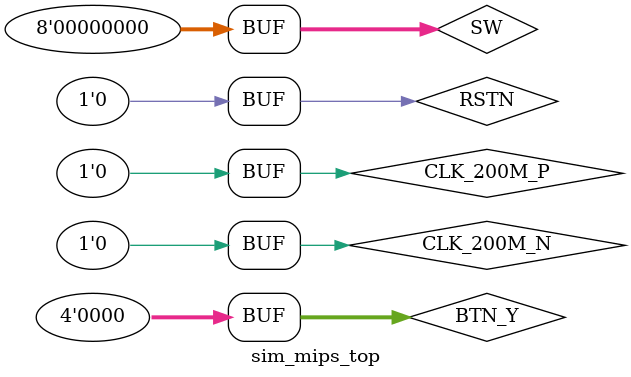
<source format=v>
`timescale 1ns / 1ps

module sim_mips_top;

	// Inputs
	reg CLK_200M_P;
	reg CLK_200M_N;
	reg [7:0] SW;
	reg RSTN;
	reg [3:0] BTN_Y;

	// Outputs
	wire [4:0] BTN_X;
	wire SEGLED_CLK;
	wire SEGLED_DO;
	wire SEGLED_PEN;
	wire LED_PEN;
	wire LED_DO;
	wire LED_CLK;
	wire [3:0] VGA_B;
	wire [3:0] VGA_G;
	wire [3:0] VGA_R;
	wire HS;
	wire VS;

	// Instantiate the Unit Under Test (UUT)
	mips_top uut (
		.CLK_200M_P(CLK_200M_P), 
		.CLK_200M_N(CLK_200M_N), 
		.SW(SW), 
		.RSTN(RSTN), 
		.BTN_X(BTN_X), 
		.BTN_Y(BTN_Y), 
		.SEGLED_CLK(SEGLED_CLK), 
		.SEGLED_DO(SEGLED_DO), 
		.SEGLED_PEN(SEGLED_PEN), 
		.LED_PEN(LED_PEN), 
		.LED_DO(LED_DO), 
		.LED_CLK(LED_CLK), 
		.VGA_B(VGA_B), 
		.VGA_G(VGA_G), 
		.VGA_R(VGA_R), 
		.HS(HS), 
		.VS(VS)
	);

	initial begin
		// Initialize Inputs
		CLK_200M_P = 0;
		CLK_200M_N = 0;
		SW = 0;
		RSTN = 0;
		BTN_Y = 0;

		// Wait 100 ns for global reset to finish
		#100;
        
		// Add stimulus here

	end
      
endmodule


</source>
